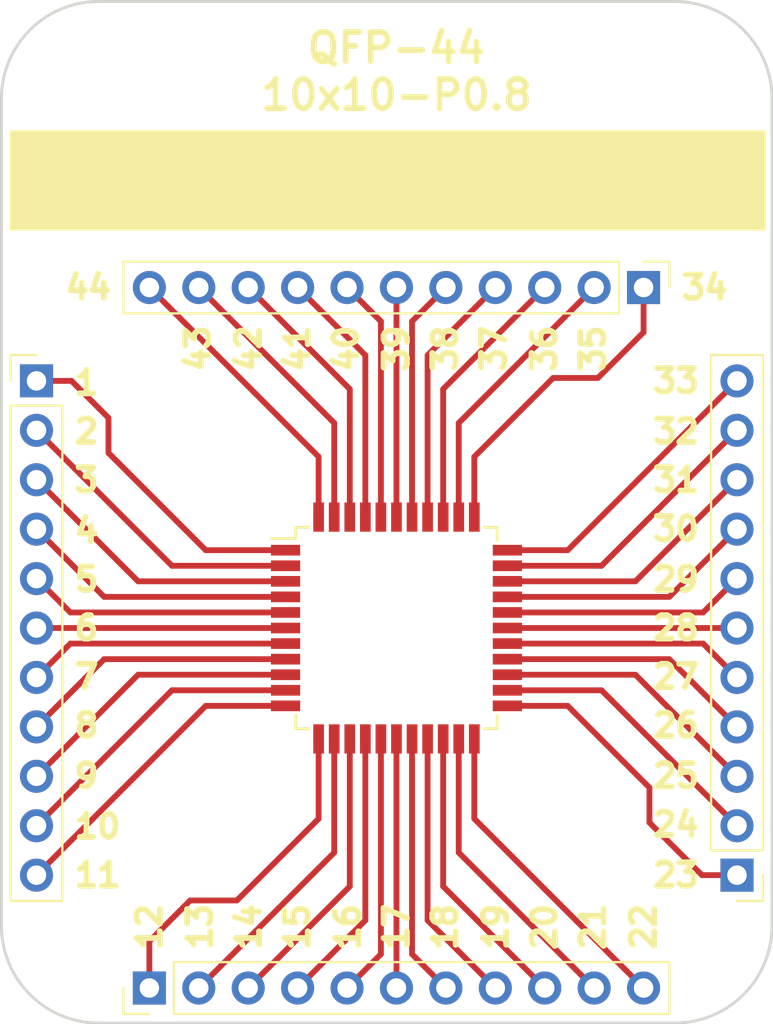
<source format=kicad_pcb>
(kicad_pcb (version 20171130) (host pcbnew 5.1.4-e60b266~84~ubuntu19.04.1)

  (general
    (thickness 1)
    (drawings 54)
    (tracks 96)
    (zones 0)
    (modules 5)
    (nets 45)
  )

  (page A4)
  (title_block
    (title BRK-QFP-44-10x10-P0.8)
    (rev v1.0)
    (company https://gekkio.fi)
  )

  (layers
    (0 F.Cu signal)
    (31 B.Cu signal)
    (32 B.Adhes user)
    (33 F.Adhes user)
    (34 B.Paste user)
    (35 F.Paste user)
    (36 B.SilkS user)
    (37 F.SilkS user)
    (38 B.Mask user)
    (39 F.Mask user)
    (40 Dwgs.User user)
    (41 Cmts.User user)
    (42 Eco1.User user)
    (43 Eco2.User user)
    (44 Edge.Cuts user)
    (45 Margin user)
    (46 B.CrtYd user)
    (47 F.CrtYd user)
    (48 B.Fab user)
    (49 F.Fab user)
  )

  (setup
    (last_trace_width 0.3)
    (trace_clearance 0.2)
    (zone_clearance 0.508)
    (zone_45_only no)
    (trace_min 0.2)
    (via_size 0.8)
    (via_drill 0.4)
    (via_min_size 0.4)
    (via_min_drill 0.3)
    (uvia_size 0.3)
    (uvia_drill 0.1)
    (uvias_allowed no)
    (uvia_min_size 0.2)
    (uvia_min_drill 0.1)
    (edge_width 0.15)
    (segment_width 0.2)
    (pcb_text_width 0.3)
    (pcb_text_size 1.5 1.5)
    (mod_edge_width 0.15)
    (mod_text_size 1 1)
    (mod_text_width 0.15)
    (pad_size 1.524 1.524)
    (pad_drill 0.762)
    (pad_to_mask_clearance 0)
    (aux_axis_origin 0 0)
    (visible_elements FFFFFF7F)
    (pcbplotparams
      (layerselection 0x010fc_ffffffff)
      (usegerberextensions false)
      (usegerberattributes false)
      (usegerberadvancedattributes false)
      (creategerberjobfile true)
      (excludeedgelayer false)
      (linewidth 0.100000)
      (plotframeref false)
      (viasonmask false)
      (mode 1)
      (useauxorigin false)
      (hpglpennumber 1)
      (hpglpenspeed 20)
      (hpglpendiameter 15.000000)
      (psnegative false)
      (psa4output false)
      (plotreference true)
      (plotvalue true)
      (plotinvisibletext false)
      (padsonsilk false)
      (subtractmaskfromsilk false)
      (outputformat 1)
      (mirror false)
      (drillshape 0)
      (scaleselection 1)
      (outputdirectory "gerber/"))
  )

  (net 0 "")
  (net 1 "Net-(J1-Pad1)")
  (net 2 "Net-(J1-Pad2)")
  (net 3 "Net-(J1-Pad3)")
  (net 4 "Net-(J2-Pad1)")
  (net 5 "Net-(J2-Pad2)")
  (net 6 "Net-(J2-Pad3)")
  (net 7 "Net-(J1-Pad11)")
  (net 8 "Net-(J1-Pad10)")
  (net 9 "Net-(J1-Pad9)")
  (net 10 "Net-(J1-Pad8)")
  (net 11 "Net-(J1-Pad7)")
  (net 12 "Net-(J1-Pad6)")
  (net 13 "Net-(J1-Pad5)")
  (net 14 "Net-(J1-Pad4)")
  (net 15 "Net-(J2-Pad11)")
  (net 16 "Net-(J2-Pad10)")
  (net 17 "Net-(J2-Pad9)")
  (net 18 "Net-(J2-Pad8)")
  (net 19 "Net-(J2-Pad7)")
  (net 20 "Net-(J2-Pad6)")
  (net 21 "Net-(J2-Pad5)")
  (net 22 "Net-(J2-Pad4)")
  (net 23 "Net-(J3-Pad11)")
  (net 24 "Net-(J3-Pad10)")
  (net 25 "Net-(J3-Pad9)")
  (net 26 "Net-(J3-Pad8)")
  (net 27 "Net-(J3-Pad7)")
  (net 28 "Net-(J3-Pad6)")
  (net 29 "Net-(J3-Pad5)")
  (net 30 "Net-(J3-Pad4)")
  (net 31 "Net-(J3-Pad3)")
  (net 32 "Net-(J3-Pad2)")
  (net 33 "Net-(J3-Pad1)")
  (net 34 "Net-(J4-Pad11)")
  (net 35 "Net-(J4-Pad10)")
  (net 36 "Net-(J4-Pad9)")
  (net 37 "Net-(J4-Pad8)")
  (net 38 "Net-(J4-Pad7)")
  (net 39 "Net-(J4-Pad6)")
  (net 40 "Net-(J4-Pad5)")
  (net 41 "Net-(J4-Pad4)")
  (net 42 "Net-(J4-Pad3)")
  (net 43 "Net-(J4-Pad2)")
  (net 44 "Net-(J4-Pad1)")

  (net_class Default "This is the default net class."
    (clearance 0.2)
    (trace_width 0.3)
    (via_dia 0.8)
    (via_drill 0.4)
    (uvia_dia 0.3)
    (uvia_drill 0.1)
    (add_net "Net-(J1-Pad1)")
    (add_net "Net-(J1-Pad10)")
    (add_net "Net-(J1-Pad11)")
    (add_net "Net-(J1-Pad2)")
    (add_net "Net-(J1-Pad3)")
    (add_net "Net-(J1-Pad4)")
    (add_net "Net-(J1-Pad5)")
    (add_net "Net-(J1-Pad6)")
    (add_net "Net-(J1-Pad7)")
    (add_net "Net-(J1-Pad8)")
    (add_net "Net-(J1-Pad9)")
    (add_net "Net-(J2-Pad1)")
    (add_net "Net-(J2-Pad10)")
    (add_net "Net-(J2-Pad11)")
    (add_net "Net-(J2-Pad2)")
    (add_net "Net-(J2-Pad3)")
    (add_net "Net-(J2-Pad4)")
    (add_net "Net-(J2-Pad5)")
    (add_net "Net-(J2-Pad6)")
    (add_net "Net-(J2-Pad7)")
    (add_net "Net-(J2-Pad8)")
    (add_net "Net-(J2-Pad9)")
    (add_net "Net-(J3-Pad1)")
    (add_net "Net-(J3-Pad10)")
    (add_net "Net-(J3-Pad11)")
    (add_net "Net-(J3-Pad2)")
    (add_net "Net-(J3-Pad3)")
    (add_net "Net-(J3-Pad4)")
    (add_net "Net-(J3-Pad5)")
    (add_net "Net-(J3-Pad6)")
    (add_net "Net-(J3-Pad7)")
    (add_net "Net-(J3-Pad8)")
    (add_net "Net-(J3-Pad9)")
    (add_net "Net-(J4-Pad1)")
    (add_net "Net-(J4-Pad10)")
    (add_net "Net-(J4-Pad11)")
    (add_net "Net-(J4-Pad2)")
    (add_net "Net-(J4-Pad3)")
    (add_net "Net-(J4-Pad4)")
    (add_net "Net-(J4-Pad5)")
    (add_net "Net-(J4-Pad6)")
    (add_net "Net-(J4-Pad7)")
    (add_net "Net-(J4-Pad8)")
    (add_net "Net-(J4-Pad9)")
  )

  (module Package_QFP:TQFP-44_10x10mm_P0.8mm (layer F.Cu) (tedit 5A02F146) (tstamp 5BD578B4)
    (at 59.1 62.6)
    (descr "44-Lead Plastic Thin Quad Flatpack (PT) - 10x10x1.0 mm Body [TQFP] (see Microchip Packaging Specification 00000049BS.pdf)")
    (tags "QFP 0.8")
    (path /5D4E8BD7)
    (attr smd)
    (fp_text reference U1 (at 0 -7.45) (layer F.SilkS) hide
      (effects (font (size 1 1) (thickness 0.15)))
    )
    (fp_text value Conn_02x22_Counter_Clockwise (at 0 7.45) (layer F.Fab) hide
      (effects (font (size 1 1) (thickness 0.15)))
    )
    (fp_line (start -5.175 -4.6) (end -6.45 -4.6) (layer F.SilkS) (width 0.15))
    (fp_line (start 5.175 -5.175) (end 4.5 -5.175) (layer F.SilkS) (width 0.15))
    (fp_line (start 5.175 5.175) (end 4.5 5.175) (layer F.SilkS) (width 0.15))
    (fp_line (start -5.175 5.175) (end -4.5 5.175) (layer F.SilkS) (width 0.15))
    (fp_line (start -5.175 -5.175) (end -4.5 -5.175) (layer F.SilkS) (width 0.15))
    (fp_line (start -5.175 5.175) (end -5.175 4.5) (layer F.SilkS) (width 0.15))
    (fp_line (start 5.175 5.175) (end 5.175 4.5) (layer F.SilkS) (width 0.15))
    (fp_line (start 5.175 -5.175) (end 5.175 -4.5) (layer F.SilkS) (width 0.15))
    (fp_line (start -5.175 -5.175) (end -5.175 -4.6) (layer F.SilkS) (width 0.15))
    (fp_line (start -6.7 6.7) (end 6.7 6.7) (layer F.CrtYd) (width 0.05))
    (fp_line (start -6.7 -6.7) (end 6.7 -6.7) (layer F.CrtYd) (width 0.05))
    (fp_line (start 6.7 -6.7) (end 6.7 6.7) (layer F.CrtYd) (width 0.05))
    (fp_line (start -6.7 -6.7) (end -6.7 6.7) (layer F.CrtYd) (width 0.05))
    (fp_line (start -5 -4) (end -4 -5) (layer F.Fab) (width 0.15))
    (fp_line (start -5 5) (end -5 -4) (layer F.Fab) (width 0.15))
    (fp_line (start 5 5) (end -5 5) (layer F.Fab) (width 0.15))
    (fp_line (start 5 -5) (end 5 5) (layer F.Fab) (width 0.15))
    (fp_line (start -4 -5) (end 5 -5) (layer F.Fab) (width 0.15))
    (fp_text user %R (at 0 0) (layer F.Fab)
      (effects (font (size 1 1) (thickness 0.15)))
    )
    (pad 44 smd rect (at -4 -5.7 90) (size 1.5 0.55) (layers F.Cu F.Paste F.Mask)
      (net 34 "Net-(J4-Pad11)"))
    (pad 43 smd rect (at -3.2 -5.7 90) (size 1.5 0.55) (layers F.Cu F.Paste F.Mask)
      (net 35 "Net-(J4-Pad10)"))
    (pad 42 smd rect (at -2.4 -5.7 90) (size 1.5 0.55) (layers F.Cu F.Paste F.Mask)
      (net 36 "Net-(J4-Pad9)"))
    (pad 41 smd rect (at -1.6 -5.7 90) (size 1.5 0.55) (layers F.Cu F.Paste F.Mask)
      (net 37 "Net-(J4-Pad8)"))
    (pad 40 smd rect (at -0.8 -5.7 90) (size 1.5 0.55) (layers F.Cu F.Paste F.Mask)
      (net 38 "Net-(J4-Pad7)"))
    (pad 39 smd rect (at 0 -5.7 90) (size 1.5 0.55) (layers F.Cu F.Paste F.Mask)
      (net 39 "Net-(J4-Pad6)"))
    (pad 38 smd rect (at 0.8 -5.7 90) (size 1.5 0.55) (layers F.Cu F.Paste F.Mask)
      (net 40 "Net-(J4-Pad5)"))
    (pad 37 smd rect (at 1.6 -5.7 90) (size 1.5 0.55) (layers F.Cu F.Paste F.Mask)
      (net 41 "Net-(J4-Pad4)"))
    (pad 36 smd rect (at 2.4 -5.7 90) (size 1.5 0.55) (layers F.Cu F.Paste F.Mask)
      (net 42 "Net-(J4-Pad3)"))
    (pad 35 smd rect (at 3.2 -5.7 90) (size 1.5 0.55) (layers F.Cu F.Paste F.Mask)
      (net 43 "Net-(J4-Pad2)"))
    (pad 34 smd rect (at 4 -5.7 90) (size 1.5 0.55) (layers F.Cu F.Paste F.Mask)
      (net 44 "Net-(J4-Pad1)"))
    (pad 33 smd rect (at 5.7 -4) (size 1.5 0.55) (layers F.Cu F.Paste F.Mask)
      (net 23 "Net-(J3-Pad11)"))
    (pad 32 smd rect (at 5.7 -3.2) (size 1.5 0.55) (layers F.Cu F.Paste F.Mask)
      (net 24 "Net-(J3-Pad10)"))
    (pad 31 smd rect (at 5.7 -2.4) (size 1.5 0.55) (layers F.Cu F.Paste F.Mask)
      (net 25 "Net-(J3-Pad9)"))
    (pad 30 smd rect (at 5.7 -1.6) (size 1.5 0.55) (layers F.Cu F.Paste F.Mask)
      (net 26 "Net-(J3-Pad8)"))
    (pad 29 smd rect (at 5.7 -0.8) (size 1.5 0.55) (layers F.Cu F.Paste F.Mask)
      (net 27 "Net-(J3-Pad7)"))
    (pad 28 smd rect (at 5.7 0) (size 1.5 0.55) (layers F.Cu F.Paste F.Mask)
      (net 28 "Net-(J3-Pad6)"))
    (pad 27 smd rect (at 5.7 0.8) (size 1.5 0.55) (layers F.Cu F.Paste F.Mask)
      (net 29 "Net-(J3-Pad5)"))
    (pad 26 smd rect (at 5.7 1.6) (size 1.5 0.55) (layers F.Cu F.Paste F.Mask)
      (net 30 "Net-(J3-Pad4)"))
    (pad 25 smd rect (at 5.7 2.4) (size 1.5 0.55) (layers F.Cu F.Paste F.Mask)
      (net 31 "Net-(J3-Pad3)"))
    (pad 24 smd rect (at 5.7 3.2) (size 1.5 0.55) (layers F.Cu F.Paste F.Mask)
      (net 32 "Net-(J3-Pad2)"))
    (pad 23 smd rect (at 5.7 4) (size 1.5 0.55) (layers F.Cu F.Paste F.Mask)
      (net 33 "Net-(J3-Pad1)"))
    (pad 22 smd rect (at 4 5.7 90) (size 1.5 0.55) (layers F.Cu F.Paste F.Mask)
      (net 15 "Net-(J2-Pad11)"))
    (pad 21 smd rect (at 3.2 5.7 90) (size 1.5 0.55) (layers F.Cu F.Paste F.Mask)
      (net 16 "Net-(J2-Pad10)"))
    (pad 20 smd rect (at 2.4 5.7 90) (size 1.5 0.55) (layers F.Cu F.Paste F.Mask)
      (net 17 "Net-(J2-Pad9)"))
    (pad 19 smd rect (at 1.6 5.7 90) (size 1.5 0.55) (layers F.Cu F.Paste F.Mask)
      (net 18 "Net-(J2-Pad8)"))
    (pad 18 smd rect (at 0.8 5.7 90) (size 1.5 0.55) (layers F.Cu F.Paste F.Mask)
      (net 19 "Net-(J2-Pad7)"))
    (pad 17 smd rect (at 0 5.7 90) (size 1.5 0.55) (layers F.Cu F.Paste F.Mask)
      (net 20 "Net-(J2-Pad6)"))
    (pad 16 smd rect (at -0.8 5.7 90) (size 1.5 0.55) (layers F.Cu F.Paste F.Mask)
      (net 21 "Net-(J2-Pad5)"))
    (pad 15 smd rect (at -1.6 5.7 90) (size 1.5 0.55) (layers F.Cu F.Paste F.Mask)
      (net 22 "Net-(J2-Pad4)"))
    (pad 14 smd rect (at -2.4 5.7 90) (size 1.5 0.55) (layers F.Cu F.Paste F.Mask)
      (net 6 "Net-(J2-Pad3)"))
    (pad 13 smd rect (at -3.2 5.7 90) (size 1.5 0.55) (layers F.Cu F.Paste F.Mask)
      (net 5 "Net-(J2-Pad2)"))
    (pad 12 smd rect (at -4 5.7 90) (size 1.5 0.55) (layers F.Cu F.Paste F.Mask)
      (net 4 "Net-(J2-Pad1)"))
    (pad 11 smd rect (at -5.7 4) (size 1.5 0.55) (layers F.Cu F.Paste F.Mask)
      (net 7 "Net-(J1-Pad11)"))
    (pad 10 smd rect (at -5.7 3.2) (size 1.5 0.55) (layers F.Cu F.Paste F.Mask)
      (net 8 "Net-(J1-Pad10)"))
    (pad 9 smd rect (at -5.7 2.4) (size 1.5 0.55) (layers F.Cu F.Paste F.Mask)
      (net 9 "Net-(J1-Pad9)"))
    (pad 8 smd rect (at -5.7 1.6) (size 1.5 0.55) (layers F.Cu F.Paste F.Mask)
      (net 10 "Net-(J1-Pad8)"))
    (pad 7 smd rect (at -5.7 0.8) (size 1.5 0.55) (layers F.Cu F.Paste F.Mask)
      (net 11 "Net-(J1-Pad7)"))
    (pad 6 smd rect (at -5.7 0) (size 1.5 0.55) (layers F.Cu F.Paste F.Mask)
      (net 12 "Net-(J1-Pad6)"))
    (pad 5 smd rect (at -5.7 -0.8) (size 1.5 0.55) (layers F.Cu F.Paste F.Mask)
      (net 13 "Net-(J1-Pad5)"))
    (pad 4 smd rect (at -5.7 -1.6) (size 1.5 0.55) (layers F.Cu F.Paste F.Mask)
      (net 14 "Net-(J1-Pad4)"))
    (pad 3 smd rect (at -5.7 -2.4) (size 1.5 0.55) (layers F.Cu F.Paste F.Mask)
      (net 3 "Net-(J1-Pad3)"))
    (pad 2 smd rect (at -5.7 -3.2) (size 1.5 0.55) (layers F.Cu F.Paste F.Mask)
      (net 2 "Net-(J1-Pad2)"))
    (pad 1 smd rect (at -5.7 -4) (size 1.5 0.55) (layers F.Cu F.Paste F.Mask)
      (net 1 "Net-(J1-Pad1)"))
    (model ${KISYS3DMOD}/Package_QFP.3dshapes/TQFP-44_10x10mm_P0.8mm.wrl
      (at (xyz 0 0 0))
      (scale (xyz 1 1 1))
      (rotate (xyz 0 0 0))
    )
  )

  (module Connector_PinHeader_2.54mm:PinHeader_1x11_P2.54mm_Vertical (layer F.Cu) (tedit 59FED5CC) (tstamp 5D4F0140)
    (at 71.8 45.1 270)
    (descr "Through hole straight pin header, 1x11, 2.54mm pitch, single row")
    (tags "Through hole pin header THT 1x11 2.54mm single row")
    (path /5D4F6825)
    (fp_text reference J4 (at 0 -2.33 90) (layer F.SilkS) hide
      (effects (font (size 1 1) (thickness 0.15)))
    )
    (fp_text value Conn_01x11 (at 0 27.73 90) (layer F.Fab) hide
      (effects (font (size 1 1) (thickness 0.15)))
    )
    (fp_text user %R (at 0 12.7) (layer F.Fab)
      (effects (font (size 1 1) (thickness 0.15)))
    )
    (fp_line (start 1.8 -1.8) (end -1.8 -1.8) (layer F.CrtYd) (width 0.05))
    (fp_line (start 1.8 27.2) (end 1.8 -1.8) (layer F.CrtYd) (width 0.05))
    (fp_line (start -1.8 27.2) (end 1.8 27.2) (layer F.CrtYd) (width 0.05))
    (fp_line (start -1.8 -1.8) (end -1.8 27.2) (layer F.CrtYd) (width 0.05))
    (fp_line (start -1.33 -1.33) (end 0 -1.33) (layer F.SilkS) (width 0.12))
    (fp_line (start -1.33 0) (end -1.33 -1.33) (layer F.SilkS) (width 0.12))
    (fp_line (start -1.33 1.27) (end 1.33 1.27) (layer F.SilkS) (width 0.12))
    (fp_line (start 1.33 1.27) (end 1.33 26.73) (layer F.SilkS) (width 0.12))
    (fp_line (start -1.33 1.27) (end -1.33 26.73) (layer F.SilkS) (width 0.12))
    (fp_line (start -1.33 26.73) (end 1.33 26.73) (layer F.SilkS) (width 0.12))
    (fp_line (start -1.27 -0.635) (end -0.635 -1.27) (layer F.Fab) (width 0.1))
    (fp_line (start -1.27 26.67) (end -1.27 -0.635) (layer F.Fab) (width 0.1))
    (fp_line (start 1.27 26.67) (end -1.27 26.67) (layer F.Fab) (width 0.1))
    (fp_line (start 1.27 -1.27) (end 1.27 26.67) (layer F.Fab) (width 0.1))
    (fp_line (start -0.635 -1.27) (end 1.27 -1.27) (layer F.Fab) (width 0.1))
    (pad 11 thru_hole oval (at 0 25.4 270) (size 1.7 1.7) (drill 1) (layers *.Cu *.Mask)
      (net 34 "Net-(J4-Pad11)"))
    (pad 10 thru_hole oval (at 0 22.86 270) (size 1.7 1.7) (drill 1) (layers *.Cu *.Mask)
      (net 35 "Net-(J4-Pad10)"))
    (pad 9 thru_hole oval (at 0 20.32 270) (size 1.7 1.7) (drill 1) (layers *.Cu *.Mask)
      (net 36 "Net-(J4-Pad9)"))
    (pad 8 thru_hole oval (at 0 17.78 270) (size 1.7 1.7) (drill 1) (layers *.Cu *.Mask)
      (net 37 "Net-(J4-Pad8)"))
    (pad 7 thru_hole oval (at 0 15.24 270) (size 1.7 1.7) (drill 1) (layers *.Cu *.Mask)
      (net 38 "Net-(J4-Pad7)"))
    (pad 6 thru_hole oval (at 0 12.7 270) (size 1.7 1.7) (drill 1) (layers *.Cu *.Mask)
      (net 39 "Net-(J4-Pad6)"))
    (pad 5 thru_hole oval (at 0 10.16 270) (size 1.7 1.7) (drill 1) (layers *.Cu *.Mask)
      (net 40 "Net-(J4-Pad5)"))
    (pad 4 thru_hole oval (at 0 7.62 270) (size 1.7 1.7) (drill 1) (layers *.Cu *.Mask)
      (net 41 "Net-(J4-Pad4)"))
    (pad 3 thru_hole oval (at 0 5.08 270) (size 1.7 1.7) (drill 1) (layers *.Cu *.Mask)
      (net 42 "Net-(J4-Pad3)"))
    (pad 2 thru_hole oval (at 0 2.54 270) (size 1.7 1.7) (drill 1) (layers *.Cu *.Mask)
      (net 43 "Net-(J4-Pad2)"))
    (pad 1 thru_hole rect (at 0 0 270) (size 1.7 1.7) (drill 1) (layers *.Cu *.Mask)
      (net 44 "Net-(J4-Pad1)"))
    (model ${KISYS3DMOD}/Connector_PinHeader_2.54mm.3dshapes/PinHeader_1x11_P2.54mm_Vertical.wrl
      (at (xyz 0 0 0))
      (scale (xyz 1 1 1))
      (rotate (xyz 0 0 0))
    )
  )

  (module Connector_PinHeader_2.54mm:PinHeader_1x11_P2.54mm_Vertical (layer F.Cu) (tedit 59FED5CC) (tstamp 5D4F1116)
    (at 76.6 75.3 180)
    (descr "Through hole straight pin header, 1x11, 2.54mm pitch, single row")
    (tags "Through hole pin header THT 1x11 2.54mm single row")
    (path /5D4F0DF4)
    (fp_text reference J3 (at 0 -2.33) (layer F.SilkS) hide
      (effects (font (size 1 1) (thickness 0.15)))
    )
    (fp_text value Conn_01x11 (at 0 27.73) (layer F.Fab) hide
      (effects (font (size 1 1) (thickness 0.15)))
    )
    (fp_text user %R (at 0 12.7 90) (layer F.Fab)
      (effects (font (size 1 1) (thickness 0.15)))
    )
    (fp_line (start 1.8 -1.8) (end -1.8 -1.8) (layer F.CrtYd) (width 0.05))
    (fp_line (start 1.8 27.2) (end 1.8 -1.8) (layer F.CrtYd) (width 0.05))
    (fp_line (start -1.8 27.2) (end 1.8 27.2) (layer F.CrtYd) (width 0.05))
    (fp_line (start -1.8 -1.8) (end -1.8 27.2) (layer F.CrtYd) (width 0.05))
    (fp_line (start -1.33 -1.33) (end 0 -1.33) (layer F.SilkS) (width 0.12))
    (fp_line (start -1.33 0) (end -1.33 -1.33) (layer F.SilkS) (width 0.12))
    (fp_line (start -1.33 1.27) (end 1.33 1.27) (layer F.SilkS) (width 0.12))
    (fp_line (start 1.33 1.27) (end 1.33 26.73) (layer F.SilkS) (width 0.12))
    (fp_line (start -1.33 1.27) (end -1.33 26.73) (layer F.SilkS) (width 0.12))
    (fp_line (start -1.33 26.73) (end 1.33 26.73) (layer F.SilkS) (width 0.12))
    (fp_line (start -1.27 -0.635) (end -0.635 -1.27) (layer F.Fab) (width 0.1))
    (fp_line (start -1.27 26.67) (end -1.27 -0.635) (layer F.Fab) (width 0.1))
    (fp_line (start 1.27 26.67) (end -1.27 26.67) (layer F.Fab) (width 0.1))
    (fp_line (start 1.27 -1.27) (end 1.27 26.67) (layer F.Fab) (width 0.1))
    (fp_line (start -0.635 -1.27) (end 1.27 -1.27) (layer F.Fab) (width 0.1))
    (pad 11 thru_hole oval (at 0 25.4 180) (size 1.7 1.7) (drill 1) (layers *.Cu *.Mask)
      (net 23 "Net-(J3-Pad11)"))
    (pad 10 thru_hole oval (at 0 22.86 180) (size 1.7 1.7) (drill 1) (layers *.Cu *.Mask)
      (net 24 "Net-(J3-Pad10)"))
    (pad 9 thru_hole oval (at 0 20.32 180) (size 1.7 1.7) (drill 1) (layers *.Cu *.Mask)
      (net 25 "Net-(J3-Pad9)"))
    (pad 8 thru_hole oval (at 0 17.78 180) (size 1.7 1.7) (drill 1) (layers *.Cu *.Mask)
      (net 26 "Net-(J3-Pad8)"))
    (pad 7 thru_hole oval (at 0 15.24 180) (size 1.7 1.7) (drill 1) (layers *.Cu *.Mask)
      (net 27 "Net-(J3-Pad7)"))
    (pad 6 thru_hole oval (at 0 12.7 180) (size 1.7 1.7) (drill 1) (layers *.Cu *.Mask)
      (net 28 "Net-(J3-Pad6)"))
    (pad 5 thru_hole oval (at 0 10.16 180) (size 1.7 1.7) (drill 1) (layers *.Cu *.Mask)
      (net 29 "Net-(J3-Pad5)"))
    (pad 4 thru_hole oval (at 0 7.62 180) (size 1.7 1.7) (drill 1) (layers *.Cu *.Mask)
      (net 30 "Net-(J3-Pad4)"))
    (pad 3 thru_hole oval (at 0 5.08 180) (size 1.7 1.7) (drill 1) (layers *.Cu *.Mask)
      (net 31 "Net-(J3-Pad3)"))
    (pad 2 thru_hole oval (at 0 2.54 180) (size 1.7 1.7) (drill 1) (layers *.Cu *.Mask)
      (net 32 "Net-(J3-Pad2)"))
    (pad 1 thru_hole rect (at 0 0 180) (size 1.7 1.7) (drill 1) (layers *.Cu *.Mask)
      (net 33 "Net-(J3-Pad1)"))
    (model ${KISYS3DMOD}/Connector_PinHeader_2.54mm.3dshapes/PinHeader_1x11_P2.54mm_Vertical.wrl
      (at (xyz 0 0 0))
      (scale (xyz 1 1 1))
      (rotate (xyz 0 0 0))
    )
  )

  (module Connector_PinHeader_2.54mm:PinHeader_1x11_P2.54mm_Vertical (layer F.Cu) (tedit 59FED5CC) (tstamp 5D4F1B45)
    (at 46.4 81.1 90)
    (descr "Through hole straight pin header, 1x11, 2.54mm pitch, single row")
    (tags "Through hole pin header THT 1x11 2.54mm single row")
    (path /5D4EDBC7)
    (fp_text reference J2 (at 0 -2.33 90) (layer F.SilkS) hide
      (effects (font (size 1 1) (thickness 0.15)))
    )
    (fp_text value Conn_01x11 (at 0 27.73 90) (layer F.Fab) hide
      (effects (font (size 1 1) (thickness 0.15)))
    )
    (fp_text user %R (at 0 12.7) (layer F.Fab)
      (effects (font (size 1 1) (thickness 0.15)))
    )
    (fp_line (start 1.8 -1.8) (end -1.8 -1.8) (layer F.CrtYd) (width 0.05))
    (fp_line (start 1.8 27.2) (end 1.8 -1.8) (layer F.CrtYd) (width 0.05))
    (fp_line (start -1.8 27.2) (end 1.8 27.2) (layer F.CrtYd) (width 0.05))
    (fp_line (start -1.8 -1.8) (end -1.8 27.2) (layer F.CrtYd) (width 0.05))
    (fp_line (start -1.33 -1.33) (end 0 -1.33) (layer F.SilkS) (width 0.12))
    (fp_line (start -1.33 0) (end -1.33 -1.33) (layer F.SilkS) (width 0.12))
    (fp_line (start -1.33 1.27) (end 1.33 1.27) (layer F.SilkS) (width 0.12))
    (fp_line (start 1.33 1.27) (end 1.33 26.73) (layer F.SilkS) (width 0.12))
    (fp_line (start -1.33 1.27) (end -1.33 26.73) (layer F.SilkS) (width 0.12))
    (fp_line (start -1.33 26.73) (end 1.33 26.73) (layer F.SilkS) (width 0.12))
    (fp_line (start -1.27 -0.635) (end -0.635 -1.27) (layer F.Fab) (width 0.1))
    (fp_line (start -1.27 26.67) (end -1.27 -0.635) (layer F.Fab) (width 0.1))
    (fp_line (start 1.27 26.67) (end -1.27 26.67) (layer F.Fab) (width 0.1))
    (fp_line (start 1.27 -1.27) (end 1.27 26.67) (layer F.Fab) (width 0.1))
    (fp_line (start -0.635 -1.27) (end 1.27 -1.27) (layer F.Fab) (width 0.1))
    (pad 11 thru_hole oval (at 0 25.4 90) (size 1.7 1.7) (drill 1) (layers *.Cu *.Mask)
      (net 15 "Net-(J2-Pad11)"))
    (pad 10 thru_hole oval (at 0 22.86 90) (size 1.7 1.7) (drill 1) (layers *.Cu *.Mask)
      (net 16 "Net-(J2-Pad10)"))
    (pad 9 thru_hole oval (at 0 20.32 90) (size 1.7 1.7) (drill 1) (layers *.Cu *.Mask)
      (net 17 "Net-(J2-Pad9)"))
    (pad 8 thru_hole oval (at 0 17.78 90) (size 1.7 1.7) (drill 1) (layers *.Cu *.Mask)
      (net 18 "Net-(J2-Pad8)"))
    (pad 7 thru_hole oval (at 0 15.24 90) (size 1.7 1.7) (drill 1) (layers *.Cu *.Mask)
      (net 19 "Net-(J2-Pad7)"))
    (pad 6 thru_hole oval (at 0 12.7 90) (size 1.7 1.7) (drill 1) (layers *.Cu *.Mask)
      (net 20 "Net-(J2-Pad6)"))
    (pad 5 thru_hole oval (at 0 10.16 90) (size 1.7 1.7) (drill 1) (layers *.Cu *.Mask)
      (net 21 "Net-(J2-Pad5)"))
    (pad 4 thru_hole oval (at 0 7.62 90) (size 1.7 1.7) (drill 1) (layers *.Cu *.Mask)
      (net 22 "Net-(J2-Pad4)"))
    (pad 3 thru_hole oval (at 0 5.08 90) (size 1.7 1.7) (drill 1) (layers *.Cu *.Mask)
      (net 6 "Net-(J2-Pad3)"))
    (pad 2 thru_hole oval (at 0 2.54 90) (size 1.7 1.7) (drill 1) (layers *.Cu *.Mask)
      (net 5 "Net-(J2-Pad2)"))
    (pad 1 thru_hole rect (at 0 0 90) (size 1.7 1.7) (drill 1) (layers *.Cu *.Mask)
      (net 4 "Net-(J2-Pad1)"))
    (model ${KISYS3DMOD}/Connector_PinHeader_2.54mm.3dshapes/PinHeader_1x11_P2.54mm_Vertical.wrl
      (at (xyz 0 0 0))
      (scale (xyz 1 1 1))
      (rotate (xyz 0 0 0))
    )
  )

  (module Connector_PinHeader_2.54mm:PinHeader_1x11_P2.54mm_Vertical (layer F.Cu) (tedit 59FED5CC) (tstamp 5D4F0833)
    (at 40.6 49.9)
    (descr "Through hole straight pin header, 1x11, 2.54mm pitch, single row")
    (tags "Through hole pin header THT 1x11 2.54mm single row")
    (path /5D4EBED3)
    (fp_text reference J1 (at 0 -2.33) (layer F.SilkS) hide
      (effects (font (size 1 1) (thickness 0.15)))
    )
    (fp_text value Conn_01x11 (at 0 27.73) (layer F.Fab) hide
      (effects (font (size 1 1) (thickness 0.15)))
    )
    (fp_text user %R (at 0 12.7 90) (layer F.Fab)
      (effects (font (size 1 1) (thickness 0.15)))
    )
    (fp_line (start 1.8 -1.8) (end -1.8 -1.8) (layer F.CrtYd) (width 0.05))
    (fp_line (start 1.8 27.2) (end 1.8 -1.8) (layer F.CrtYd) (width 0.05))
    (fp_line (start -1.8 27.2) (end 1.8 27.2) (layer F.CrtYd) (width 0.05))
    (fp_line (start -1.8 -1.8) (end -1.8 27.2) (layer F.CrtYd) (width 0.05))
    (fp_line (start -1.33 -1.33) (end 0 -1.33) (layer F.SilkS) (width 0.12))
    (fp_line (start -1.33 0) (end -1.33 -1.33) (layer F.SilkS) (width 0.12))
    (fp_line (start -1.33 1.27) (end 1.33 1.27) (layer F.SilkS) (width 0.12))
    (fp_line (start 1.33 1.27) (end 1.33 26.73) (layer F.SilkS) (width 0.12))
    (fp_line (start -1.33 1.27) (end -1.33 26.73) (layer F.SilkS) (width 0.12))
    (fp_line (start -1.33 26.73) (end 1.33 26.73) (layer F.SilkS) (width 0.12))
    (fp_line (start -1.27 -0.635) (end -0.635 -1.27) (layer F.Fab) (width 0.1))
    (fp_line (start -1.27 26.67) (end -1.27 -0.635) (layer F.Fab) (width 0.1))
    (fp_line (start 1.27 26.67) (end -1.27 26.67) (layer F.Fab) (width 0.1))
    (fp_line (start 1.27 -1.27) (end 1.27 26.67) (layer F.Fab) (width 0.1))
    (fp_line (start -0.635 -1.27) (end 1.27 -1.27) (layer F.Fab) (width 0.1))
    (pad 11 thru_hole oval (at 0 25.4) (size 1.7 1.7) (drill 1) (layers *.Cu *.Mask)
      (net 7 "Net-(J1-Pad11)"))
    (pad 10 thru_hole oval (at 0 22.86) (size 1.7 1.7) (drill 1) (layers *.Cu *.Mask)
      (net 8 "Net-(J1-Pad10)"))
    (pad 9 thru_hole oval (at 0 20.32) (size 1.7 1.7) (drill 1) (layers *.Cu *.Mask)
      (net 9 "Net-(J1-Pad9)"))
    (pad 8 thru_hole oval (at 0 17.78) (size 1.7 1.7) (drill 1) (layers *.Cu *.Mask)
      (net 10 "Net-(J1-Pad8)"))
    (pad 7 thru_hole oval (at 0 15.24) (size 1.7 1.7) (drill 1) (layers *.Cu *.Mask)
      (net 11 "Net-(J1-Pad7)"))
    (pad 6 thru_hole oval (at 0 12.7) (size 1.7 1.7) (drill 1) (layers *.Cu *.Mask)
      (net 12 "Net-(J1-Pad6)"))
    (pad 5 thru_hole oval (at 0 10.16) (size 1.7 1.7) (drill 1) (layers *.Cu *.Mask)
      (net 13 "Net-(J1-Pad5)"))
    (pad 4 thru_hole oval (at 0 7.62) (size 1.7 1.7) (drill 1) (layers *.Cu *.Mask)
      (net 14 "Net-(J1-Pad4)"))
    (pad 3 thru_hole oval (at 0 5.08) (size 1.7 1.7) (drill 1) (layers *.Cu *.Mask)
      (net 3 "Net-(J1-Pad3)"))
    (pad 2 thru_hole oval (at 0 2.54) (size 1.7 1.7) (drill 1) (layers *.Cu *.Mask)
      (net 2 "Net-(J1-Pad2)"))
    (pad 1 thru_hole rect (at 0 0) (size 1.7 1.7) (drill 1) (layers *.Cu *.Mask)
      (net 1 "Net-(J1-Pad1)"))
    (model ${KISYS3DMOD}/Connector_PinHeader_2.54mm.3dshapes/PinHeader_1x11_P2.54mm_Vertical.wrl
      (at (xyz 0 0 0))
      (scale (xyz 1 1 1))
      (rotate (xyz 0 0 0))
    )
  )

  (gr_text 44 (at 44.6 45.1) (layer F.SilkS) (tstamp 5D4F1E42)
    (effects (font (size 1.2 1.2) (thickness 0.3)) (justify right))
  )
  (gr_text 43 (at 48.9 46.9 90) (layer F.SilkS) (tstamp 5D4F1E3F)
    (effects (font (size 1.2 1.2) (thickness 0.3)) (justify right))
  )
  (gr_text 42 (at 51.5 46.9 90) (layer F.SilkS) (tstamp 5D4F1E3C)
    (effects (font (size 1.2 1.2) (thickness 0.3)) (justify right))
  )
  (gr_text 41 (at 54 46.9 90) (layer F.SilkS) (tstamp 5D4F1E39)
    (effects (font (size 1.2 1.2) (thickness 0.3)) (justify right))
  )
  (gr_text 40 (at 56.5 46.9 90) (layer F.SilkS) (tstamp 5D4F1E36)
    (effects (font (size 1.2 1.2) (thickness 0.3)) (justify right))
  )
  (gr_text 39 (at 59.1 46.9 90) (layer F.SilkS) (tstamp 5D4F1E33)
    (effects (font (size 1.2 1.2) (thickness 0.3)) (justify right))
  )
  (gr_text 38 (at 61.6 46.9 90) (layer F.SilkS) (tstamp 5D4F1E30)
    (effects (font (size 1.2 1.2) (thickness 0.3)) (justify right))
  )
  (gr_text 37 (at 64.1 46.9 90) (layer F.SilkS) (tstamp 5D4F1E2D)
    (effects (font (size 1.2 1.2) (thickness 0.3)) (justify right))
  )
  (gr_text 36 (at 66.7 46.9 90) (layer F.SilkS) (tstamp 5D4F1E2A)
    (effects (font (size 1.2 1.2) (thickness 0.3)) (justify right))
  )
  (gr_text 35 (at 69.2 46.9 90) (layer F.SilkS) (tstamp 5D4F1E1C)
    (effects (font (size 1.2 1.2) (thickness 0.3)) (justify right))
  )
  (gr_text 34 (at 73.6 45.1) (layer F.SilkS) (tstamp 5D4F1E49)
    (effects (font (size 1.2 1.2) (thickness 0.3)) (justify left))
  )
  (gr_text 33 (at 74.8 49.9) (layer F.SilkS) (tstamp 5D4F1E10)
    (effects (font (size 1.2 1.2) (thickness 0.3)) (justify right))
  )
  (gr_text 32 (at 74.8 52.5) (layer F.SilkS) (tstamp 5D4F1E0D)
    (effects (font (size 1.2 1.2) (thickness 0.3)) (justify right))
  )
  (gr_text 31 (at 74.8 55) (layer F.SilkS) (tstamp 5D4F1E0A)
    (effects (font (size 1.2 1.2) (thickness 0.3)) (justify right))
  )
  (gr_text 30 (at 74.8 57.5) (layer F.SilkS) (tstamp 5D4F1E07)
    (effects (font (size 1.2 1.2) (thickness 0.3)) (justify right))
  )
  (gr_text 29 (at 74.8 60.1) (layer F.SilkS) (tstamp 5D4F1E04)
    (effects (font (size 1.2 1.2) (thickness 0.3)) (justify right))
  )
  (gr_text 28 (at 74.8 62.6) (layer F.SilkS) (tstamp 5D4F1E01)
    (effects (font (size 1.2 1.2) (thickness 0.3)) (justify right))
  )
  (gr_text 27 (at 74.8 65.1) (layer F.SilkS) (tstamp 5D4F1DFE)
    (effects (font (size 1.2 1.2) (thickness 0.3)) (justify right))
  )
  (gr_text 26 (at 74.8 67.6) (layer F.SilkS) (tstamp 5D4F1DF6)
    (effects (font (size 1.2 1.2) (thickness 0.3)) (justify right))
  )
  (gr_text 25 (at 74.8 70.2) (layer F.SilkS) (tstamp 5D4F1DF3)
    (effects (font (size 1.2 1.2) (thickness 0.3)) (justify right))
  )
  (gr_text 24 (at 74.8 72.7) (layer F.SilkS) (tstamp 5D4F1DF0)
    (effects (font (size 1.2 1.2) (thickness 0.3)) (justify right))
  )
  (gr_text 23 (at 74.8 75.3) (layer F.SilkS) (tstamp 5D4F1DE4)
    (effects (font (size 1.2 1.2) (thickness 0.3)) (justify right))
  )
  (gr_text 22 (at 71.8 79.3 90) (layer F.SilkS) (tstamp 5D4F1DE1)
    (effects (font (size 1.2 1.2) (thickness 0.3)) (justify left))
  )
  (gr_text 21 (at 69.2 79.3 90) (layer F.SilkS) (tstamp 5D4F1DC0)
    (effects (font (size 1.2 1.2) (thickness 0.3)) (justify left))
  )
  (gr_text 20 (at 66.7 79.3 90) (layer F.SilkS) (tstamp 5D4F1DB8)
    (effects (font (size 1.2 1.2) (thickness 0.3)) (justify left))
  )
  (gr_text 19 (at 64.2 79.3 90) (layer F.SilkS) (tstamp 5D4F1DB5)
    (effects (font (size 1.2 1.2) (thickness 0.3)) (justify left))
  )
  (gr_text 18 (at 61.6 79.3 90) (layer F.SilkS) (tstamp 5D4F1DB2)
    (effects (font (size 1.2 1.2) (thickness 0.3)) (justify left))
  )
  (gr_text 17 (at 59.1 79.3 90) (layer F.SilkS) (tstamp 5D4F1DAF)
    (effects (font (size 1.2 1.2) (thickness 0.3)) (justify left))
  )
  (gr_text 16 (at 56.6 79.3 90) (layer F.SilkS) (tstamp 5D4F1DAC)
    (effects (font (size 1.2 1.2) (thickness 0.3)) (justify left))
  )
  (gr_text 15 (at 54 79.3 90) (layer F.SilkS) (tstamp 5D4F1DA9)
    (effects (font (size 1.2 1.2) (thickness 0.3)) (justify left))
  )
  (gr_text 14 (at 51.5 79.3 90) (layer F.SilkS) (tstamp 5D4F1DA6)
    (effects (font (size 1.2 1.2) (thickness 0.3)) (justify left))
  )
  (gr_arc (start 73.4 35.4) (end 78.4 35.4) (angle -90) (layer Edge.Cuts) (width 0.15) (tstamp 5D4F18B6))
  (gr_arc (start 43.8 35.4) (end 43.8 30.4) (angle -90) (layer Edge.Cuts) (width 0.15) (tstamp 5D4F1883))
  (gr_arc (start 73.4 77.9) (end 73.4 82.9) (angle -90) (layer Edge.Cuts) (width 0.15) (tstamp 5D4F1829))
  (gr_text 10 (at 42.4 72.8) (layer F.SilkS) (tstamp 5D4F1802)
    (effects (font (size 1.2 1.2) (thickness 0.3)) (justify left))
  )
  (gr_text 9 (at 42.4 70.2) (layer F.SilkS) (tstamp 5D4F17FF)
    (effects (font (size 1.2 1.2) (thickness 0.3)) (justify left))
  )
  (gr_text 8 (at 42.4 67.6) (layer F.SilkS) (tstamp 5D4F17FC)
    (effects (font (size 1.2 1.2) (thickness 0.3)) (justify left))
  )
  (gr_text 7 (at 42.4 65.1) (layer F.SilkS) (tstamp 5D4F17F9)
    (effects (font (size 1.2 1.2) (thickness 0.3)) (justify left))
  )
  (gr_text 6 (at 42.4 62.6) (layer F.SilkS) (tstamp 5D4F17F6)
    (effects (font (size 1.2 1.2) (thickness 0.3)) (justify left))
  )
  (gr_text 5 (at 42.4 60.1) (layer F.SilkS) (tstamp 5D4F17F3)
    (effects (font (size 1.2 1.2) (thickness 0.3)) (justify left))
  )
  (gr_text 4 (at 42.4 57.6) (layer F.SilkS) (tstamp 5D4F17F0)
    (effects (font (size 1.2 1.2) (thickness 0.3)) (justify left))
  )
  (gr_text 3 (at 42.4 55) (layer F.SilkS) (tstamp 5D4F17ED)
    (effects (font (size 1.2 1.2) (thickness 0.3)) (justify left))
  )
  (gr_text 13 (at 49 79.3 90) (layer F.SilkS) (tstamp 5D4F1099)
    (effects (font (size 1.2 1.2) (thickness 0.3)) (justify left))
  )
  (gr_text 12 (at 46.4 79.3 90) (layer F.SilkS) (tstamp 5D4F1093)
    (effects (font (size 1.2 1.2) (thickness 0.3)) (justify left))
  )
  (gr_text 11 (at 42.4 75.3) (layer F.SilkS) (tstamp 5D4F0EAC)
    (effects (font (size 1.2 1.2) (thickness 0.3)) (justify left))
  )
  (gr_text 2 (at 42.4 52.5) (layer F.SilkS) (tstamp 5D4F0EA9)
    (effects (font (size 1.2 1.2) (thickness 0.3)) (justify left))
  )
  (gr_arc (start 43.8 77.9) (end 38.8 77.9) (angle -90) (layer Edge.Cuts) (width 0.15) (tstamp 5BF54D67))
  (gr_text 1 (at 42.4 50) (layer F.SilkS) (tstamp 5D4F0E4F)
    (effects (font (size 1.2 1.2) (thickness 0.3)) (justify left))
  )
  (gr_line (start 73.4 82.9) (end 43.8 82.9) (layer Edge.Cuts) (width 0.15))
  (gr_poly (pts (xy 39.3 37.1) (xy 39.3 42.1) (xy 78 42.1) (xy 78 37.1)) (layer F.SilkS) (width 0.15))
  (gr_line (start 78.4 35.4) (end 78.4 77.9) (layer Edge.Cuts) (width 0.15))
  (gr_text "QFP-44\n10x10-P0.8" (at 59.1 34) (layer F.SilkS)
    (effects (font (size 1.5 1.5) (thickness 0.3)))
  )
  (gr_line (start 43.8 30.4) (end 73.4 30.4) (layer Edge.Cuts) (width 0.15))
  (gr_line (start 38.8 77.9) (end 38.8 35.4) (layer Edge.Cuts) (width 0.15))

  (segment (start 44.3 51.8) (end 44.3 53.6) (width 0.3) (layer F.Cu) (net 1))
  (segment (start 49.3 58.6) (end 53.4 58.6) (width 0.3) (layer F.Cu) (net 1))
  (segment (start 44.3 53.6) (end 49.3 58.6) (width 0.3) (layer F.Cu) (net 1))
  (segment (start 40.6 49.9) (end 42.4 49.9) (width 0.3) (layer F.Cu) (net 1))
  (segment (start 42.4 49.9) (end 44.3 51.8) (width 0.3) (layer F.Cu) (net 1))
  (segment (start 47.56 59.4) (end 40.6 52.44) (width 0.3) (layer F.Cu) (net 2))
  (segment (start 53.4 59.4) (end 47.56 59.4) (width 0.3) (layer F.Cu) (net 2))
  (segment (start 45.82 60.2) (end 40.6 54.98) (width 0.3) (layer F.Cu) (net 3))
  (segment (start 53.4 60.2) (end 45.82 60.2) (width 0.3) (layer F.Cu) (net 3))
  (segment (start 46.4 78.7) (end 46.4 81.1) (width 0.3) (layer F.Cu) (net 4))
  (segment (start 48.5 76.6) (end 46.4 78.7) (width 0.3) (layer F.Cu) (net 4))
  (segment (start 55.1 68.3) (end 55.1 72.4) (width 0.3) (layer F.Cu) (net 4))
  (segment (start 50.9 76.6) (end 48.5 76.6) (width 0.3) (layer F.Cu) (net 4))
  (segment (start 55.1 72.4) (end 50.9 76.6) (width 0.3) (layer F.Cu) (net 4))
  (segment (start 55.9 74.14) (end 48.94 81.1) (width 0.3) (layer F.Cu) (net 5))
  (segment (start 55.9 68.3) (end 55.9 74.14) (width 0.3) (layer F.Cu) (net 5))
  (segment (start 56.7 75.88) (end 51.48 81.1) (width 0.3) (layer F.Cu) (net 6))
  (segment (start 56.7 68.3) (end 56.7 75.88) (width 0.3) (layer F.Cu) (net 6))
  (segment (start 49.3 66.6) (end 40.6 75.3) (width 0.3) (layer F.Cu) (net 7))
  (segment (start 53.4 66.6) (end 49.3 66.6) (width 0.3) (layer F.Cu) (net 7))
  (segment (start 47.56 65.8) (end 40.6 72.76) (width 0.3) (layer F.Cu) (net 8))
  (segment (start 53.4 65.8) (end 47.56 65.8) (width 0.3) (layer F.Cu) (net 8))
  (segment (start 45.82 65) (end 40.6 70.22) (width 0.3) (layer F.Cu) (net 9))
  (segment (start 53.4 65) (end 45.82 65) (width 0.3) (layer F.Cu) (net 9))
  (segment (start 44.08 64.2) (end 40.6 67.68) (width 0.3) (layer F.Cu) (net 10))
  (segment (start 53.4 64.2) (end 44.08 64.2) (width 0.3) (layer F.Cu) (net 10))
  (segment (start 42.34 63.4) (end 40.6 65.14) (width 0.3) (layer F.Cu) (net 11))
  (segment (start 53.4 63.4) (end 42.34 63.4) (width 0.3) (layer F.Cu) (net 11))
  (segment (start 53.4 62.6) (end 40.6 62.6) (width 0.3) (layer F.Cu) (net 12))
  (segment (start 42.34 61.8) (end 40.6 60.06) (width 0.3) (layer F.Cu) (net 13))
  (segment (start 53.4 61.8) (end 42.34 61.8) (width 0.3) (layer F.Cu) (net 13))
  (segment (start 44.08 61) (end 40.6 57.52) (width 0.3) (layer F.Cu) (net 14))
  (segment (start 53.4 61) (end 44.08 61) (width 0.3) (layer F.Cu) (net 14))
  (segment (start 63.1 72.4) (end 71.8 81.1) (width 0.3) (layer F.Cu) (net 15))
  (segment (start 63.1 68.3) (end 63.1 72.4) (width 0.3) (layer F.Cu) (net 15))
  (segment (start 62.3 74.14) (end 69.26 81.1) (width 0.3) (layer F.Cu) (net 16))
  (segment (start 62.3 68.3) (end 62.3 74.14) (width 0.3) (layer F.Cu) (net 16))
  (segment (start 61.5 75.88) (end 66.72 81.1) (width 0.3) (layer F.Cu) (net 17))
  (segment (start 61.5 68.3) (end 61.5 75.88) (width 0.3) (layer F.Cu) (net 17))
  (segment (start 60.7 77.62) (end 64.18 81.1) (width 0.3) (layer F.Cu) (net 18))
  (segment (start 60.7 68.3) (end 60.7 77.62) (width 0.3) (layer F.Cu) (net 18))
  (segment (start 59.9 79.36) (end 61.64 81.1) (width 0.3) (layer F.Cu) (net 19))
  (segment (start 59.9 68.3) (end 59.9 79.36) (width 0.3) (layer F.Cu) (net 19))
  (segment (start 59.1 68.3) (end 59.1 81.1) (width 0.3) (layer F.Cu) (net 20))
  (segment (start 58.3 79.36) (end 56.56 81.1) (width 0.3) (layer F.Cu) (net 21))
  (segment (start 58.3 68.3) (end 58.3 79.36) (width 0.3) (layer F.Cu) (net 21))
  (segment (start 57.5 77.62) (end 54.02 81.1) (width 0.3) (layer F.Cu) (net 22))
  (segment (start 57.5 68.3) (end 57.5 77.62) (width 0.3) (layer F.Cu) (net 22))
  (segment (start 67.9 58.6) (end 76.6 49.9) (width 0.3) (layer F.Cu) (net 23))
  (segment (start 64.8 58.6) (end 67.9 58.6) (width 0.3) (layer F.Cu) (net 23))
  (segment (start 69.64 59.4) (end 76.6 52.44) (width 0.3) (layer F.Cu) (net 24))
  (segment (start 64.8 59.4) (end 69.64 59.4) (width 0.3) (layer F.Cu) (net 24))
  (segment (start 71.38 60.2) (end 76.6 54.98) (width 0.3) (layer F.Cu) (net 25))
  (segment (start 64.8 60.2) (end 71.38 60.2) (width 0.3) (layer F.Cu) (net 25))
  (segment (start 73.12 61) (end 76.6 57.52) (width 0.3) (layer F.Cu) (net 26))
  (segment (start 64.8 61) (end 73.12 61) (width 0.3) (layer F.Cu) (net 26))
  (segment (start 74.86 61.8) (end 76.6 60.06) (width 0.3) (layer F.Cu) (net 27))
  (segment (start 64.8 61.8) (end 74.86 61.8) (width 0.3) (layer F.Cu) (net 27))
  (segment (start 64.8 62.6) (end 76.6 62.6) (width 0.3) (layer F.Cu) (net 28))
  (segment (start 74.86 63.4) (end 76.6 65.14) (width 0.3) (layer F.Cu) (net 29))
  (segment (start 64.8 63.4) (end 74.86 63.4) (width 0.3) (layer F.Cu) (net 29))
  (segment (start 73.12 64.2) (end 76.6 67.68) (width 0.3) (layer F.Cu) (net 30))
  (segment (start 64.8 64.2) (end 73.12 64.2) (width 0.3) (layer F.Cu) (net 30))
  (segment (start 71.38 65) (end 76.6 70.22) (width 0.3) (layer F.Cu) (net 31))
  (segment (start 64.8 65) (end 71.38 65) (width 0.3) (layer F.Cu) (net 31))
  (segment (start 69.64 65.8) (end 76.6 72.76) (width 0.3) (layer F.Cu) (net 32))
  (segment (start 64.8 65.8) (end 69.64 65.8) (width 0.3) (layer F.Cu) (net 32))
  (segment (start 74.8 75.3) (end 76.6 75.3) (width 0.3) (layer F.Cu) (net 33))
  (segment (start 72.1 72.6) (end 74.8 75.3) (width 0.3) (layer F.Cu) (net 33))
  (segment (start 72.1 70.8) (end 72.1 72.6) (width 0.3) (layer F.Cu) (net 33))
  (segment (start 64.8 66.6) (end 67.9 66.6) (width 0.3) (layer F.Cu) (net 33))
  (segment (start 67.9 66.6) (end 72.1 70.8) (width 0.3) (layer F.Cu) (net 33))
  (segment (start 55.1 53.8) (end 46.4 45.1) (width 0.3) (layer F.Cu) (net 34))
  (segment (start 55.1 56.9) (end 55.1 53.8) (width 0.3) (layer F.Cu) (net 34))
  (segment (start 55.9 52.06) (end 48.94 45.1) (width 0.3) (layer F.Cu) (net 35))
  (segment (start 55.9 56.9) (end 55.9 52.06) (width 0.3) (layer F.Cu) (net 35))
  (segment (start 56.7 50.32) (end 51.48 45.1) (width 0.3) (layer F.Cu) (net 36))
  (segment (start 56.7 56.9) (end 56.7 50.32) (width 0.3) (layer F.Cu) (net 36))
  (segment (start 57.5 48.58) (end 54.02 45.1) (width 0.3) (layer F.Cu) (net 37))
  (segment (start 57.5 56.9) (end 57.5 48.58) (width 0.3) (layer F.Cu) (net 37))
  (segment (start 58.3 46.84) (end 56.56 45.1) (width 0.3) (layer F.Cu) (net 38))
  (segment (start 58.3 56.9) (end 58.3 46.84) (width 0.3) (layer F.Cu) (net 38))
  (segment (start 59.1 56.9) (end 59.1 45.1) (width 0.3) (layer F.Cu) (net 39))
  (segment (start 59.9 46.84) (end 61.64 45.1) (width 0.3) (layer F.Cu) (net 40))
  (segment (start 59.9 56.9) (end 59.9 46.84) (width 0.3) (layer F.Cu) (net 40))
  (segment (start 60.7 48.58) (end 64.18 45.1) (width 0.3) (layer F.Cu) (net 41))
  (segment (start 60.7 56.9) (end 60.7 48.58) (width 0.3) (layer F.Cu) (net 41))
  (segment (start 61.5 50.32) (end 66.72 45.1) (width 0.3) (layer F.Cu) (net 42))
  (segment (start 61.5 56.9) (end 61.5 50.32) (width 0.3) (layer F.Cu) (net 42))
  (segment (start 62.3 52.06) (end 69.26 45.1) (width 0.3) (layer F.Cu) (net 43))
  (segment (start 62.3 56.9) (end 62.3 52.06) (width 0.3) (layer F.Cu) (net 43))
  (segment (start 69.45 49.75) (end 71.8 47.4) (width 0.3) (layer F.Cu) (net 44))
  (segment (start 67.15 49.75) (end 69.45 49.75) (width 0.3) (layer F.Cu) (net 44))
  (segment (start 63.1 56.9) (end 63.1 53.8) (width 0.3) (layer F.Cu) (net 44))
  (segment (start 71.8 47.4) (end 71.8 45.1) (width 0.3) (layer F.Cu) (net 44))
  (segment (start 63.1 53.8) (end 67.15 49.75) (width 0.3) (layer F.Cu) (net 44))

)

</source>
